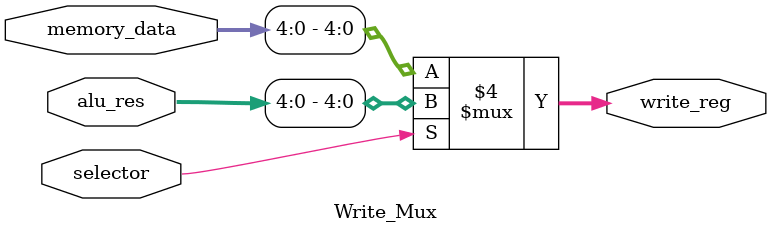
<source format=v>
`timescale 1ns / 1ps
module Write_Mux(
		input [31:0] memory_data,
		input [31:0] alu_res,
		input selector,
		output reg [4:0] write_reg
    );
	 
	 always@(*)
		begin
			if(selector==0)
				write_reg=memory_data;
			else
				write_reg=alu_res;
		end


endmodule

</source>
